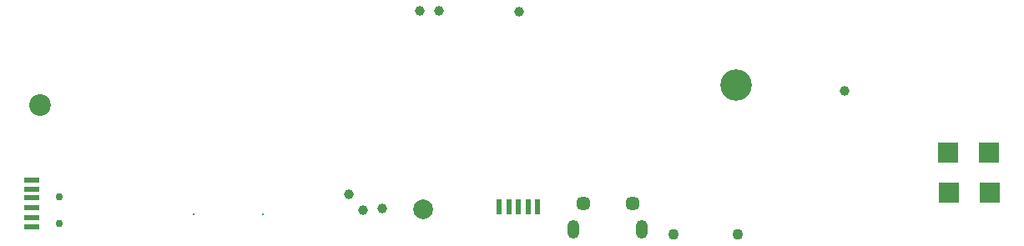
<source format=gbs>
G04 #@! TF.GenerationSoftware,KiCad,Pcbnew,8.0.8*
G04 #@! TF.CreationDate,2025-08-03T03:16:57+05:30*
G04 #@! TF.ProjectId,main,6d61696e-2e6b-4696-9361-645f70636258,rev?*
G04 #@! TF.SameCoordinates,Original*
G04 #@! TF.FileFunction,Soldermask,Bot*
G04 #@! TF.FilePolarity,Negative*
%FSLAX46Y46*%
G04 Gerber Fmt 4.6, Leading zero omitted, Abs format (unit mm)*
G04 Created by KiCad (PCBNEW 8.0.8) date 2025-08-03 03:16:57*
%MOMM*%
%LPD*%
G01*
G04 APERTURE LIST*
%ADD10C,0.325000*%
%ADD11C,1.100000*%
%ADD12R,2.000000X2.000000*%
%ADD13C,1.000000*%
%ADD14C,2.000000*%
%ADD15C,0.750000*%
%ADD16O,1.200000X1.900000*%
%ADD17C,1.450000*%
%ADD18R,1.550000X0.600000*%
%ADD19R,0.600000X1.550000*%
%ADD20C,3.200000*%
%ADD21C,2.200000*%
G04 APERTURE END LIST*
D10*
X182225000Y-78011000D03*
X175225000Y-78011000D03*
D11*
X223917500Y-80052500D03*
X230437500Y-80062500D03*
D12*
X255975000Y-75760614D03*
X251780000Y-75768614D03*
X251750000Y-71685614D03*
X255844000Y-71732614D03*
D13*
X198100000Y-57350000D03*
X200100000Y-57350000D03*
X190950000Y-76000000D03*
X192350000Y-77550000D03*
X241250000Y-65450000D03*
D14*
X198500000Y-77500000D03*
D13*
X208250000Y-57450000D03*
X194350000Y-77400000D03*
D15*
X161575000Y-78925000D03*
X161575000Y-76175000D03*
D16*
X220700000Y-79550000D03*
D17*
X219700000Y-76850000D03*
X214700000Y-76850000D03*
D16*
X213700000Y-79550000D03*
D18*
X158800000Y-74528000D03*
X158800000Y-75430000D03*
X158800000Y-76300000D03*
X158800000Y-77300000D03*
X158800000Y-78300000D03*
X158800000Y-79300000D03*
D19*
X206169000Y-77210000D03*
X207169000Y-77210000D03*
X208169000Y-77210000D03*
X209169000Y-77210000D03*
X210039000Y-77210000D03*
D20*
X230200000Y-64900000D03*
D21*
X159600000Y-66900000D03*
M02*

</source>
